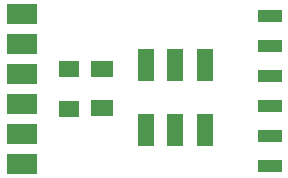
<source format=gbr>
%TF.GenerationSoftware,KiCad,Pcbnew,9.0.0*%
%TF.CreationDate,2025-03-04T01:13:20+05:30*%
%TF.ProjectId,UPDI-FTDI,55504449-2d46-4544-9449-2e6b69636164,rev?*%
%TF.SameCoordinates,Original*%
%TF.FileFunction,Soldermask,Top*%
%TF.FilePolarity,Negative*%
%FSLAX46Y46*%
G04 Gerber Fmt 4.6, Leading zero omitted, Abs format (unit mm)*
G04 Created by KiCad (PCBNEW 9.0.0) date 2025-03-04 01:13:20*
%MOMM*%
%LPD*%
G01*
G04 APERTURE LIST*
G04 Aperture macros list*
%AMRoundRect*
0 Rectangle with rounded corners*
0 $1 Rounding radius*
0 $2 $3 $4 $5 $6 $7 $8 $9 X,Y pos of 4 corners*
0 Add a 4 corners polygon primitive as box body*
4,1,4,$2,$3,$4,$5,$6,$7,$8,$9,$2,$3,0*
0 Add four circle primitives for the rounded corners*
1,1,$1+$1,$2,$3*
1,1,$1+$1,$4,$5*
1,1,$1+$1,$6,$7*
1,1,$1+$1,$8,$9*
0 Add four rect primitives between the rounded corners*
20,1,$1+$1,$2,$3,$4,$5,0*
20,1,$1+$1,$4,$5,$6,$7,0*
20,1,$1+$1,$6,$7,$8,$9,0*
20,1,$1+$1,$8,$9,$2,$3,0*%
G04 Aperture macros list end*
%ADD10R,1.900000X1.400000*%
%ADD11RoundRect,0.102000X-0.600000X-1.250000X0.600000X-1.250000X0.600000X1.250000X-0.600000X1.250000X0*%
%ADD12R,1.700000X1.400000*%
%ADD13R,2.000000X1.000000*%
%ADD14R,2.500000X1.700000*%
G04 APERTURE END LIST*
D10*
%TO.C,D1*%
X113303780Y-48350000D03*
X113303780Y-51650000D03*
%TD*%
D11*
%TO.C,SW1*%
X122000000Y-48000000D03*
X119500000Y-48000000D03*
X117000000Y-48000000D03*
X122000000Y-53500000D03*
X119500000Y-53500000D03*
X117000000Y-53500000D03*
%TD*%
D12*
%TO.C,R1*%
X110500000Y-48300000D03*
X110500000Y-51700000D03*
%TD*%
D13*
%TO.C,J2*%
X127500000Y-43880000D03*
X127500000Y-46420000D03*
X127500000Y-48960000D03*
X127500000Y-51500000D03*
X127500000Y-54040000D03*
X127500000Y-56580000D03*
%TD*%
D14*
%TO.C,J1*%
X106500000Y-56350000D03*
X106500000Y-53810000D03*
X106500000Y-51270000D03*
X106500000Y-48730000D03*
X106500000Y-46190000D03*
X106500000Y-43650000D03*
%TD*%
M02*

</source>
